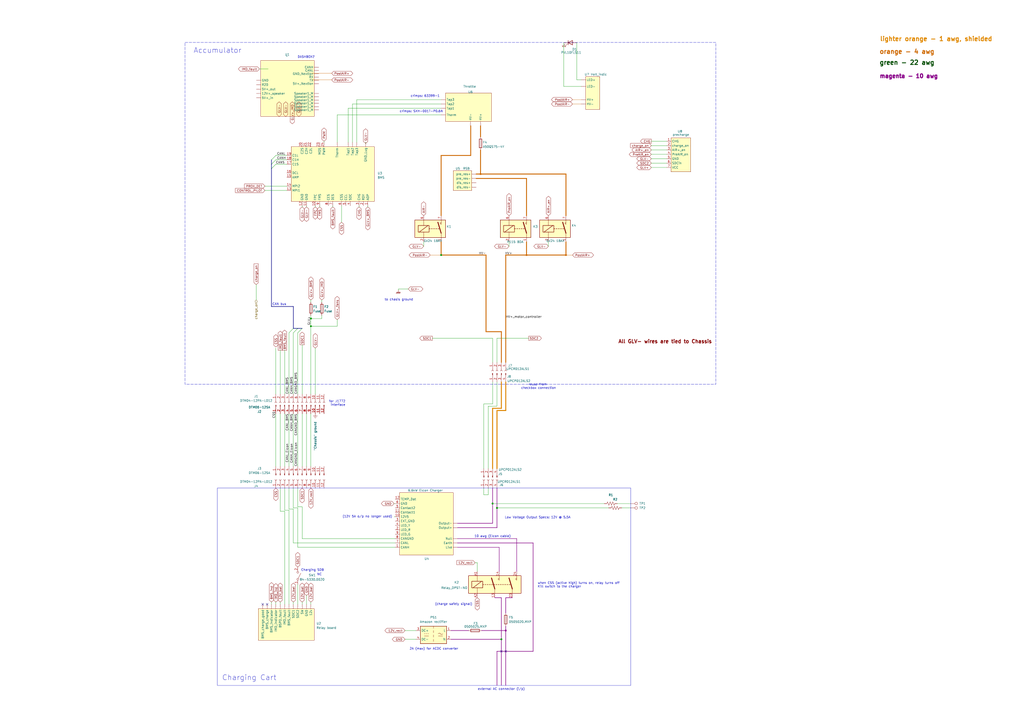
<source format=kicad_sch>
(kicad_sch (version 20231120) (generator "eeschema") (generator_version "8.0")
  (paper "A2")
  (lib_symbols
    (symbol "Connector:Conn_01x04_Pin" (pin_names (offset 1.016) hide)
      (property "Reference" "J" (at 0 5.08 0))
      (property "Value" "Conn_01x04_Pin" (at 0 -7.62 0))
      (symbol "Conn_01x04_Pin_1_1"
        (pin passive line (at 5.08 2.54 180) (length 3.81) (name "Pin_1") (number "1"))
        (pin passive line (at 5.08 0 180) (length 3.81) (name "Pin_2") (number "2"))
        (pin passive line (at 5.08 -2.54 180) (length 3.81) (name "Pin_3") (number "3"))
        (pin passive line (at 5.08 -5.08 180) (length 3.81) (name "Pin_4") (number "4"))
      )
    )
    (symbol "Connector:Conn_01x04_Socket" (pin_names (offset 1.016) hide)
      (property "Reference" "J" (at 0 5.08 0))
      (property "Value" "Conn_01x04_Socket" (at 0 -7.62 0))
      (symbol "Conn_01x04_Socket_1_1"
        (pin passive line (at -5.08 2.54 0) (length 3.81) (name "Pin_1") (number "1"))
        (pin passive line (at -5.08 0 0) (length 3.81) (name "Pin_2") (number "2"))
        (pin passive line (at -5.08 -2.54 0) (length 3.81) (name "Pin_3") (number "3"))
        (pin passive line (at -5.08 -5.08 0) (length 3.81) (name "Pin_4") (number "4"))
      )
    )
    (symbol "Connector:Conn_01x12_Pin" (pin_names (offset 1.016) hide)
      (property "Reference" "J" (at 0 15.24 0))
      (property "Value" "Conn_01x12_Pin" (at 0 -17.78 0))
      (symbol "Conn_01x12_Pin_1_1"
        (pin passive line (at 5.08 12.7 180) (length 3.81) (name "Pin_1") (number "1"))
        (pin passive line (at 5.08 -10.16 180) (length 3.81) (name "Pin_10") (number "10"))
        (pin passive line (at 5.08 -12.7 180) (length 3.81) (name "Pin_11") (number "11"))
        (pin passive line (at 5.08 -15.24 180) (length 3.81) (name "Pin_12") (number "12"))
        (pin passive line (at 5.08 10.16 180) (length 3.81) (name "Pin_2") (number "2"))
        (pin passive line (at 5.08 7.62 180) (length 3.81) (name "Pin_3") (number "3"))
        (pin passive line (at 5.08 5.08 180) (length 3.81) (name "Pin_4") (number "4"))
        (pin passive line (at 5.08 2.54 180) (length 3.81) (name "Pin_5") (number "5"))
        (pin passive line (at 5.08 0 180) (length 3.81) (name "Pin_6") (number "6"))
        (pin passive line (at 5.08 -2.54 180) (length 3.81) (name "Pin_7") (number "7"))
        (pin passive line (at 5.08 -5.08 180) (length 3.81) (name "Pin_8") (number "8"))
        (pin passive line (at 5.08 -7.62 180) (length 3.81) (name "Pin_9") (number "9"))
      )
    )
    (symbol "Connector:Conn_01x12_Socket" (pin_names (offset 1.016) hide)
      (property "Reference" "J" (at 0 15.24 0))
      (property "Value" "Conn_01x12_Socket" (at 0 -17.78 0))
      (symbol "Conn_01x12_Socket_1_1"
        (pin passive line (at -5.08 12.7 0) (length 3.81) (name "Pin_1") (number "1"))
        (pin passive line (at -5.08 -10.16 0) (length 3.81) (name "Pin_10") (number "10"))
        (pin passive line (at -5.08 -12.7 0) (length 3.81) (name "Pin_11") (number "11"))
        (pin passive line (at -5.08 -15.24 0) (length 3.81) (name "Pin_12") (number "12"))
        (pin passive line (at -5.08 10.16 0) (length 3.81) (name "Pin_2") (number "2"))
        (pin passive line (at -5.08 7.62 0) (length 3.81) (name "Pin_3") (number "3"))
        (pin passive line (at -5.08 5.08 0) (length 3.81) (name "Pin_4") (number "4"))
        (pin passive line (at -5.08 2.54 0) (length 3.81) (name "Pin_5") (number "5"))
        (pin passive line (at -5.08 0 0) (length 3.81) (name "Pin_6") (number "6"))
        (pin passive line (at -5.08 -2.54 0) (length 3.81) (name "Pin_7") (number "7"))
        (pin passive line (at -5.08 -5.08 0) (length 3.81) (name "Pin_8") (number "8"))
        (pin passive line (at -5.08 -7.62 0) (length 3.81) (name "Pin_9") (number "9"))
      )
    )
    (symbol "Connector:TestPoint" (pin_numbers hide) (pin_names (offset 0.762) hide)
      (property "Reference" "TP" (at 0 6.858 0))
      (property "Value" "TestPoint" (at 0 5.08 0))
      (symbol "TestPoint_1_1"
        (pin passive line (at 0 0 90) (length 2.54) (name "1") (number "1"))
      )
    )
    (symbol "Converter_ACDC:VTX-214-010-112"
      (property "Reference" "PS" (at 0 8.89 0))
      (property "Value" "VTX-214-010-112" (at 0 6.35 0))
      (symbol "VTX-214-010-112_1_1"
        (pin power_in line (at -10.16 2.54 0) (length 2.54) (name "L") (number "1"))
        (pin power_in line (at -10.16 -2.54 0) (length 2.54) (name "N") (number "2"))
        (pin power_out line (at 10.16 2.54 180) (length 2.54) (name "DC+") (number "3"))
        (pin power_out line (at 10.16 -2.54 180) (length 2.54) (name "DC-") (number "4"))
      )
    )
    (symbol "Device:Fuse" (pin_numbers hide) (pin_names (offset 0))
      (property "Reference" "F" (at 2.032 0 90))
      (property "Value" "Fuse" (at -1.905 0 90))
      (symbol "Fuse_1_1"
        (pin passive line (at 0 3.81 270) (length 1.27) (name "~") (number "1"))
        (pin passive line (at 0 -3.81 90) (length 1.27) (name "~") (number "2"))
      )
    )
    (symbol "Device:LED" (pin_numbers hide) (pin_names (offset 1.016) hide)
      (property "Reference" "D" (at 0 2.54 0))
      (property "Value" "LED" (at 0 -2.54 0))
      (symbol "LED_1_1"
        (pin passive line (at -3.81 0 0) (length 2.54) (name "K") (number "1"))
        (pin passive line (at 3.81 0 180) (length 2.54) (name "A") (number "2"))
      )
    )
    (symbol "Device:R_US" (pin_numbers hide) (pin_names (offset 0))
      (property "Reference" "R" (at 2.54 0 90))
      (property "Value" "R_US" (at -2.54 0 90))
      (symbol "R_US_1_1"
        (pin passive line (at 0 3.81 270) (length 1.27) (name "~") (number "1"))
        (pin passive line (at 0 -3.81 90) (length 1.27) (name "~") (number "2"))
      )
    )
    (symbol "FSAE:BMS"
      (property "Reference" "U" (at 0 0 0))
      (property "Value" "BMS" (at 0 -3.81 0))
      (symbol "BMS_1_1"
        (pin bidirectional line (at 17.907 6.858 180) (length 2.54) (name "GND_Lug") (number ""))
        (pin bidirectional line (at 17.907 17.018 180) (length 2.54) (name "Tap1") (number ""))
        (pin bidirectional line (at 17.907 14.478 180) (length 2.54) (name "Tap2") (number ""))
        (pin bidirectional line (at 17.907 11.938 180) (length 2.54) (name "Tap3") (number ""))
        (pin bidirectional line (at 17.907 23.368 180) (length 2.54) (name "Therm") (number ""))
        (pin power_in line (at -18.923 5.588 0) (length 2.54) (name "AOP") (number "1"))
        (pin input line (at -18.923 36.068 0) (length 2.54) (name "FPC") (number "10"))
        (pin bidirectional line (at -18.923 41.148 0) (length 2.54) (name "GND") (number "11"))
        (pin bidirectional line (at -18.923 43.688 0) (length 2.54) (name "GND") (number "12"))
        (pin input line (at -10.033 52.578 270) (length 2.54) (name "MPI1") (number "13"))
        (pin input line (at -7.493 52.578 270) (length 2.54) (name "MPI2") (number "14"))
        (pin output line (at -2.413 52.578 270) (length 2.54) (name "AMP") (number "15"))
        (pin output line (at 0.127 52.578 270) (length 2.54) (name "DCL") (number "16"))
        (pin bidirectional line (at 5.207 52.578 270) (length 2.54) (name "C1S") (number "17"))
        (pin bidirectional line (at 7.747 52.578 270) (length 2.54) (name "C1H") (number "18"))
        (pin bidirectional line (at 10.287 52.578 270) (length 2.54) (name "C1L") (number "19"))
        (pin power_in line (at -18.923 8.128 0) (length 2.54) (name "RDY") (number "2"))
        (pin bidirectional line (at 17.907 43.688 180) (length 2.54) (name "C2S") (number "20"))
        (pin bidirectional line (at 17.907 41.148 180) (length 2.54) (name "C2H") (number "21"))
        (pin bidirectional line (at 17.907 38.608 180) (length 2.54) (name "C2L") (number "22"))
        (pin output line (at 17.907 33.528 180) (length 2.54) (name "MOS") (number "23"))
        (pin output line (at 17.907 30.988 180) (length 2.54) (name "PWM") (number "24"))
        (pin power_in line (at -18.923 10.668 0) (length 2.54) (name "CHG") (number "3"))
        (pin output line (at -18.923 15.748 0) (length 2.54) (name "SOC") (number "4"))
        (pin output line (at -18.923 18.288 0) (length 2.54) (name "CCL") (number "5"))
        (pin output line (at -18.923 20.828 0) (length 2.54) (name "CSS") (number "6"))
        (pin output line (at -18.923 25.908 0) (length 2.54) (name "DES") (number "7"))
        (pin output line (at -18.923 28.448 0) (length 2.54) (name "CES") (number "8"))
        (pin input line (at -18.923 33.528 0) (length 2.54) (name "FMS") (number "9"))
      )
    )
    (symbol "FSAE:Battery"
      (property "Reference" "U4" (at -13.97 12.7 0))
      (property "Value" "Battery" (at -16.51 15.24 0))
      (symbol "Battery_1_1"
        (pin bidirectional line (at -6.35 22.86 270) (length 2.54) (name "HV+") (number ""))
        (pin bidirectional line (at -0.508 22.86 270) (length 2.54) (name "HV-") (number ""))
        (pin bidirectional line (at 16.51 12.7 180) (length 2.54) (name "Tap1") (number ""))
        (pin bidirectional line (at 16.51 10.16 180) (length 2.54) (name "Tap2") (number ""))
        (pin bidirectional line (at 16.51 7.62 180) (length 2.54) (name "Tap3") (number ""))
        (pin bidirectional line (at 16.51 16.51 180) (length 2.54) (name "Therm") (number ""))
      )
    )
    (symbol "FSAE:Elcon"
      (property "Reference" "U8" (at 0.3175 21.082 0))
      (property "Value" "~" (at 0 0 0))
      (symbol "Elcon_1_1"
        (pin input line (at -17.78 52.07 0) (length 2.54) (name "Earth") (number ""))
        (pin input line (at -17.78 54.61 0) (length 2.54) (name "Live") (number ""))
        (pin input line (at -17.78 49.53 0) (length 2.54) (name "Null") (number ""))
        (pin input line (at -17.78 43.18 0) (length 2.54) (name "Output+") (number ""))
        (pin input line (at -17.78 40.64 0) (length 2.54) (name "Output-") (number ""))
        (pin input line (at 18.415 54.61 180) (length 2.54) (name "CANH") (number "1"))
        (pin input line (at 18.415 36.83 180) (length 2.54) (name "12V5") (number "10"))
        (pin input line (at 18.415 34.29 180) (length 2.54) (name "Contact1") (number "11"))
        (pin input line (at 18.415 26.67 180) (length 2.54) (name "TEMP_Dat") (number "12"))
        (pin input line (at 18.415 44.45 180) (length 2.54) (name "LED_R") (number "2"))
        (pin input line (at 18.415 39.37 180) (length 2.54) (name "EXT_GND") (number "3"))
        (pin input line (at 18.415 41.91 180) (length 2.54) (name "LED_Y") (number "4"))
        (pin input line (at 18.415 31.75 180) (length 2.54) (name "Contact2") (number "5"))
        (pin input line (at 18.415 29.21 180) (length 2.54) (name "GND") (number "6"))
        (pin input line (at 18.415 52.07 180) (length 2.54) (name "CANL") (number "7"))
        (pin input line (at 18.415 49.53 180) (length 2.54) (name "CANGND") (number "8"))
        (pin input line (at 18.415 46.99 180) (length 2.54) (name "LED_G") (number "9"))
      )
    )
    (symbol "FSAE:IMD"
      (property "Reference" "U1" (at -1.016 0.508 0))
      (property "Value" "~" (at 0 1.524 0))
      (symbol "IMD_1_1"
        (pin power_in line (at 18.288 23.114 180) (length 2.54) (name "12V+_speaker") (number ""))
        (pin power_out line (at -17.907 17.399 0) (length 2.54) (name "5V+_Nextion") (number ""))
        (pin power_in line (at 18.288 25.654 180) (length 2.54) (name "5V+_in") (number ""))
        (pin power_out line (at 18.288 20.574 180) (length 2.54) (name "5V+_out") (number ""))
        (pin bidirectional line (at -17.907 7.874 0) (length 2.54) (name "CANH") (number ""))
        (pin bidirectional line (at -17.907 9.779 0) (length 2.54) (name "CANL") (number ""))
        (pin power_in line (at 18.288 15.494 180) (length 2.54) (name "GND") (number ""))
        (pin power_out line (at -17.907 11.684 0) (length 2.54) (name "GND_Nextion") (number ""))
        (pin input line (at 18.288 18.034 180) (length 2.54) (name "R2D") (number ""))
        (pin input line (at -17.907 13.589 0) (length 2.54) (name "RX") (number ""))
        (pin output line (at -17.907 23.114 0) (length 2.54) (name "Speaker1_M") (number ""))
        (pin output line (at -17.907 25.019 0) (length 2.54) (name "Speaker1_M") (number ""))
        (pin output line (at -17.907 26.924 0) (length 2.54) (name "Speaker1_M") (number ""))
        (pin output line (at -17.907 28.829 0) (length 2.54) (name "Speaker1_M") (number ""))
        (pin output line (at -17.907 30.734 0) (length 2.54) (name "Speaker1_M") (number ""))
        (pin output line (at -17.907 32.639 0) (length 2.54) (name "Speaker1_M") (number ""))
        (pin output line (at -17.907 15.494 0) (length 2.54) (name "TX") (number ""))
      )
    )
    (symbol "Random:Precharge"
      (property "Reference" "U6" (at -12.065 -0.635 90))
      (property "Value" "precharge" (at -10.16 1.27 90))
      (symbol "Precharge_1_1"
        (pin output line (at -6.35 -6.985 90) (length 2.54) (name "CHG") (number "1"))
        (pin input line (at -3.81 -6.985 90) (length 2.54) (name "charge_on") (number "2"))
        (pin output line (at -1.27 -6.985 90) (length 2.54) (name "AIR+_en") (number "3"))
        (pin output line (at 1.27 -6.985 90) (length 2.54) (name "PreAIR_en") (number "4"))
        (pin power_out line (at 3.81 -6.985 90) (length 2.54) (name "GND") (number "5"))
        (pin input line (at 6.35 -6.985 90) (length 2.54) (name "SDCin") (number "6"))
        (pin power_in line (at 8.89 -6.985 90) (length 2.54) (name "VCC") (number "7"))
      )
    )
    (symbol "Random:RSB"
      (property "Reference" "U5" (at -5.715 6.985 0))
      (property "Value" "RSB" (at 0.635 6.985 0))
      (symbol "RSB_1_1"
        (pin input line (at 6.35 -1.27 180) (length 2.54) (name "dis_res+") (number ""))
        (pin input line (at 6.35 -3.81 180) (length 2.54) (name "dis_res-") (number ""))
        (pin input line (at 6.35 3.81 180) (length 2.54) (name "pre_res+") (number ""))
        (pin input line (at 6.35 1.27 180) (length 2.54) (name "pre_res-") (number ""))
      )
    )
    (symbol "Random:Volt_indic"
      (property "Reference" "U5" (at -11.43 -4.445 90))
      (property "Value" "Volt_indic" (at -11.43 3.81 90))
      (symbol "Volt_indic_1_1"
        (pin power_in line (at 3.175 -6.35 90) (length 2.54) (name "HV+") (number ""))
        (pin power_in line (at 5.715 -6.35 90) (length 2.54) (name "HV-") (number ""))
        (pin output line (at -8.255 -6.35 90) (length 2.54) (name "LED+") (number ""))
        (pin output line (at -4.445 -6.35 90) (length 2.54) (name "LED-") (number ""))
      )
    )
    (symbol "Relay:DIPxx-1Axx-11x"
      (property "Reference" "K" (at 8.89 3.81 0))
      (property "Value" "DIPxx-1Axx-11x" (at 8.89 1.27 0))
      (symbol "DIPxx-1Axx-11x_1_1"
        (pin passive line (at 5.08 -7.62 90) (length 2.54) (name "~") (number "1"))
        (pin passive line (at 5.08 -7.62 90) (length 2.54) hide (name "~") (number "14"))
        (pin passive line (at -5.08 -7.62 90) (length 2.54) (name "~") (number "2"))
        (pin passive line (at -5.08 7.62 270) (length 2.54) (name "~") (number "6"))
        (pin passive line (at 5.08 7.62 270) (length 2.54) (name "~") (number "7"))
        (pin passive line (at 5.08 7.62 270) (length 2.54) hide (name "~") (number "8"))
      )
    )
    (symbol "Relay:Relay_DPST-NO"
      (property "Reference" "K" (at 16.51 3.81 0))
      (property "Value" "Relay_DPST-NO" (at 16.51 1.27 0))
      (symbol "Relay_DPST-NO_1_1"
        (pin passive line (at 0 -7.62 90) (length 2.54) (name "~") (number "13"))
        (pin passive line (at 2.54 7.62 270) (length 2.54) (name "~") (number "14"))
        (pin passive line (at 10.16 -7.62 90) (length 2.54) (name "~") (number "23"))
        (pin passive line (at 12.7 7.62 270) (length 2.54) (name "~") (number "24"))
        (pin passive line (at -10.16 7.62 270) (length 2.54) (name "~") (number "A1"))
        (pin passive line (at -10.16 -7.62 90) (length 2.54) (name "~") (number "A2"))
      )
    )
    (symbol "Relay_board_1"
      (property "Reference" "U8" (at 8.255 -0.9525 0))
      (property "Value" "Relay board" (at 8.255 -3.4925 0))
      (symbol "Relay_board_1_1_1"
        (pin power_in line (at -5.08 -8.255 90) (length 2.54) (name "12v") (number ""))
        (pin input line (at 20.32 -8.255 90) (length 2.54) (name "BMS_charge") (number ""))
        (pin output line (at 22.86 -8.255 90) (length 2.54) (name "BMS_charge_good") (number ""))
        (pin input line (at 7.62 -8.255 90) (length 2.54) (name "BMS_fault") (number ""))
        (pin output line (at 17.78 -8.255 90) (length 2.54) (name "BMS_indicator") (number ""))
        (pin input line (at 12.7 -8.255 90) (length 2.54) (name "BSPD_fault") (number ""))
        (pin power_in line (at -2.54 -8.255 90) (length 2.54) (name "GND") (number ""))
        (pin input line (at 10.16 -8.255 90) (length 2.54) (name "IMD_fault") (number ""))
        (pin output line (at 15.24 -8.255 90) (length 2.54) (name "IMD_indicator") (number ""))
        (pin input line (at 5.08 -8.255 90) (length 2.54) (name "SDC1") (number ""))
        (pin output line (at 2.54 -8.255 90) (length 2.54) (name "SDC2") (number ""))
        (pin input line (at 0 -8.255 90) (length 2.54) (name "SW") (number ""))
      )
    )
    (symbol "Switch:SW_SPST" (pin_names (offset 0) hide)
      (property "Reference" "SW" (at 0 3.175 0))
      (property "Value" "SW_SPST" (at 0 -2.54 0))
      (symbol "SW_SPST_1_1"
        (pin passive line (at -5.08 0 0) (length 2.54) (name "A") (number "1"))
        (pin passive line (at 5.08 0 180) (length 2.54) (name "B") (number "2"))
      )
    )
    (symbol "power:Earth" (power) (pin_numbers hide) (pin_names (offset 0) hide)
      (property "Value" "Earth" (at 0 -3.81 0))
      (symbol "Earth_1_1"
        (pin power_in line (at 0 0 270) (length 0) (name "~") (number "1"))
      )
    )
    (symbol "power:GNDPWR" (power) (pin_numbers hide) (pin_names (offset 0) hide)
      (property "Value" "GNDPWR" (at 0 -3.302 0))
      (symbol "GNDPWR_1_1"
        (pin power_in line (at 0 0 270) (length 0) (name "~") (number "1"))
      )
    )
  )
  (junction (at 180.34 184.785))
  (junction (at 288.29 294.64))
  (junction (at 180.34 189.23))
  (junction (at 293.37 365.76) (color 132 0 132 1))
  (junction (at 305.435 147.955) (color 204 102 0 1))
  (junction (at 290.83 370.84))
  (junction (at 285.75 292.1))
  (junction (at 255.905 147.955))
  (junction (at 328.295 147.955) (color 204 102 0 1))
  (junction (at 278.765 100.965) (color 204 102 0 1))
  (no_connect (at 293.37 377.825))
  (no_connect (at 152.4 350.52))
  (no_connect (at 154.94 350.52))
  (no_connect (at 290.83 377.825))
  (bus_entry (at 160.02 90.17) (size -2.54 2.54))
  (bus_entry (at 160.02 95.25) (size -2.54 2.54))
  (bus_entry (at 172.72 193.04) (size 2.54 -2.54))
  (bus_entry (at 170.18 190.5) (size -2.54 2.54))
  (bus_entry (at 160.02 92.71) (size -2.54 2.54))
  (bus_entry (at 172.72 190.5) (size -2.54 2.54))
  (wire (pts (xy 299.72 312.42) (xy 299.72 331.47)) (stroke (width 0.254) (color 132 0 132 1)))
  (wire (pts (xy 288.29 306.07) (xy 288.29 294.64)) (stroke (width 0.3048) (color 132 0 132 1)))
  (wire (pts (xy 162.56 349.25) (xy 162.56 350.52)))
  (wire (pts (xy 285.75 196.215) (xy 250.825 196.215)))
  (wire (pts (xy 293.37 147.955) (xy 293.37 210.185)) (stroke (width 0.508) (color 204 102 0 1)))
  (bus (pts (xy 170.18 190.5) (xy 172.72 190.5)))
  (wire (pts (xy 165.1 240.03) (xy 165.1 270.51)))
  (wire (pts (xy 180.34 173.99) (xy 180.34 175.26)))
  (wire (pts (xy 285.75 196.215) (xy 285.75 210.185)))
  (wire (pts (xy 327.025 50.165) (xy 327.025 24.765)))
  (wire (pts (xy 288.29 235.585) (xy 283.21 235.585)))
  (wire (pts (xy 201.93 82.55) (xy 201.93 62.865)))
  (wire (pts (xy 288.29 196.215) (xy 306.705 196.215)))
  (wire (pts (xy 170.18 193.04) (xy 170.18 228.6)))
  (bus (pts (xy 172.72 190.5) (xy 175.26 190.5)))
  (wire (pts (xy 276.225 103.505) (xy 305.435 103.505)) (stroke (width 0.508) (color 204 102 0 1)))
  (wire (pts (xy 281.94 192.405) (xy 281.94 147.955)) (stroke (width 0.508) (color 204 102 0 1)))
  (wire (pts (xy 249.555 147.955) (xy 255.905 147.955)) (stroke (width 0) (color 204 102 0 1)))
  (wire (pts (xy 285.75 303.53) (xy 285.75 292.1)) (stroke (width 0.3048) (color 132 0 132 1)))
  (wire (pts (xy 182.88 201.93) (xy 182.88 228.6)))
  (wire (pts (xy 212.09 82.55) (xy 212.09 83.185)))
  (wire (pts (xy 280.67 234.315) (xy 280.67 271.78)))
  (wire (pts (xy 278.765 86.995) (xy 278.765 100.965)) (stroke (width 0.508) (color 204 102 0 1)))
  (wire (pts (xy 261.62 370.84) (xy 290.83 370.84)) (stroke (width 0.3048) (color 132 0 132 1)))
  (wire (pts (xy 358.14 292.1) (xy 365.76 292.1)))
  (wire (pts (xy 201.93 62.865) (xy 255.905 62.865)))
  (bus (pts (xy 157.48 97.79) (xy 157.48 177.8)))
  (wire (pts (xy 170.18 314.96) (xy 170.18 295.275)))
  (wire (pts (xy 328.295 147.955) (xy 332.105 147.955)) (stroke (width 0) (color 204 102 0 1)))
  (wire (pts (xy 265.43 312.42) (xy 299.72 312.42)) (stroke (width 0.254) (color 132 0 132 1)))
  (wire (pts (xy 287.02 346.71) (xy 290.83 346.71)) (stroke (width 0.3048) (color 132 0 132 1)))
  (wire (pts (xy 213.36 119.38) (xy 213.36 120.015)))
  (wire (pts (xy 285.75 234.315) (xy 280.67 234.315)))
  (wire (pts (xy 288.29 294.64) (xy 353.06 294.64)))
  (wire (pts (xy 280.67 283.21) (xy 280.67 287.02)))
  (wire (pts (xy 175.26 350.52) (xy 175.26 349.25)))
  (wire (pts (xy 255.905 140.335) (xy 255.905 147.955)) (stroke (width 0.508) (color 204 102 0 1)))
  (wire (pts (xy 207.01 82.55) (xy 207.01 57.785)))
  (wire (pts (xy 175.26 312.42) (xy 229.235 312.42)))
  (wire (pts (xy 377.825 89.535) (xy 386.715 89.535)))
  (wire (pts (xy 231.14 168.275) (xy 231.14 167.64)))
  (wire (pts (xy 290.83 236.855) (xy 285.75 236.855)) (stroke (width 0.5588) (color 221 133 0 1)))
  (wire (pts (xy 180.34 350.52) (xy 180.34 349.25)))
  (wire (pts (xy 195.58 66.675) (xy 255.905 66.675)))
  (wire (pts (xy 162.56 283.21) (xy 162.56 296.545)))
  (wire (pts (xy 204.47 60.325) (xy 255.905 60.325)))
  (bus (pts (xy 157.48 95.25) (xy 157.48 92.71)))
  (wire (pts (xy 167.64 283.21) (xy 167.64 295.275)))
  (wire (pts (xy 162.56 203.2) (xy 162.56 228.6)))
  (wire (pts (xy 309.245 377.825) (xy 288.29 377.825)) (stroke (width 0.3048) (color 132 0 132 1)))
  (wire (pts (xy 276.225 100.965) (xy 278.765 100.965)) (stroke (width 0.508) (color 204 102 0 1)))
  (wire (pts (xy 165.1 283.21) (xy 165.1 295.91)))
  (wire (pts (xy 275.59 326.39) (xy 276.86 326.39)))
  (wire (pts (xy 170.18 240.03) (xy 170.18 270.51)))
  (wire (pts (xy 285.75 292.1) (xy 287.02 292.1)) (stroke (width 0) (color 132 0 132 1)))
  (wire (pts (xy 245.745 140.335) (xy 245.745 142.875)))
  (wire (pts (xy 172.72 294.64) (xy 172.72 317.5)))
  (wire (pts (xy 293.37 238.125) (xy 288.29 238.125)) (stroke (width 0.5588) (color 221 133 0 1)))
  (wire (pts (xy 278.765 73.025) (xy 278.765 79.375)) (stroke (width 0.508) (color 204 102 0 1)))
  (wire (pts (xy 162.56 240.03) (xy 162.56 270.51)))
  (wire (pts (xy 288.29 238.125) (xy 288.29 271.78)) (stroke (width 0.5588) (color 221 133 0 1)))
  (wire (pts (xy 283.21 287.02) (xy 283.21 283.21)))
  (wire (pts (xy 276.86 326.39) (xy 276.86 331.47)))
  (wire (pts (xy 153.67 110.49) (xy 166.37 110.49)))
  (wire (pts (xy 288.29 283.21) (xy 288.29 294.64)) (stroke (width 0.3048) (color 132 0 132 1)))
  (wire (pts (xy 287.02 292.1) (xy 350.52 292.1)))
  (wire (pts (xy 278.765 100.965) (xy 328.295 100.965)) (stroke (width 0.508) (color 204 102 0 1)))
  (wire (pts (xy 328.295 147.955) (xy 305.435 147.955)) (stroke (width 0.508) (color 204 102 0 1)))
  (wire (pts (xy 229.235 292.1) (xy 228.6 292.1)))
  (wire (pts (xy 288.29 377.825) (xy 288.29 397.51)) (stroke (width 0.3048) (color 132 0 132 1)))
  (wire (pts (xy 160.02 240.03) (xy 160.02 270.51)))
  (wire (pts (xy 204.47 60.325) (xy 204.47 82.55)))
  (wire (pts (xy 293.37 363.22) (xy 293.37 365.76)) (stroke (width 0.3048) (color 132 0 132 1)))
  (wire (pts (xy 285.75 283.21) (xy 285.75 292.1)) (stroke (width 0.3048) (color 132 0 132 1)))
  (wire (pts (xy 229.235 299.72) (xy 228.6 299.72)))
  (wire (pts (xy 160.02 349.25) (xy 160.02 350.52)))
  (wire (pts (xy 167.64 295.91) (xy 167.64 350.52)))
  (wire (pts (xy 309.245 314.96) (xy 309.245 377.825)) (stroke (width 0.3048) (color 132 0 132 1)))
  (wire (pts (xy 285.75 236.855) (xy 285.75 271.78)) (stroke (width 0.5588) (color 221 133 0 1)))
  (wire (pts (xy 195.58 189.23) (xy 180.34 189.23)))
  (wire (pts (xy 360.68 294.64) (xy 365.76 294.64)))
  (wire (pts (xy 309.245 314.96) (xy 265.43 314.96)) (stroke (width 0.3048) (color 132 0 132 1)))
  (wire (pts (xy 377.825 81.915) (xy 386.715 81.915)))
  (wire (pts (xy 279.4 365.76) (xy 293.37 365.76)) (stroke (width 0.3048) (color 132 0 132 1)))
  (wire (pts (xy 318.135 140.335) (xy 318.135 142.875)))
  (wire (pts (xy 207.01 57.785) (xy 255.905 57.785)))
  (wire (pts (xy 290.83 192.405) (xy 290.83 210.185)) (stroke (width 0.508) (color 204 102 0 1)))
  (wire (pts (xy 160.02 90.17) (xy 166.37 90.17)))
  (wire (pts (xy 186.69 184.785) (xy 180.34 184.785)))
  (wire (pts (xy 150.495 40.005) (xy 155.575 40.005)))
  (wire (pts (xy 377.825 84.455) (xy 386.715 84.455)))
  (wire (pts (xy 198.12 119.38) (xy 198.12 128.905)))
  (wire (pts (xy 377.825 97.155) (xy 386.715 97.155)))
  (wire (pts (xy 289.56 317.5) (xy 289.56 331.47)) (stroke (width 0.254) (color 132 0 132 1)))
  (wire (pts (xy 165.1 203.2) (xy 165.1 228.6)))
  (wire (pts (xy 234.95 365.76) (xy 241.3 365.76)))
  (wire (pts (xy 185.42 119.38) (xy 185.42 120.015)))
  (wire (pts (xy 175.26 200.025) (xy 175.26 228.6)))
  (wire (pts (xy 165.1 295.91) (xy 167.64 295.91)))
  (wire (pts (xy 328.295 140.335) (xy 328.295 147.955)) (stroke (width 0.508) (color 204 102 0 1)))
  (wire (pts (xy 265.43 317.5) (xy 289.56 317.5)) (stroke (width 0.254) (color 132 0 132 1)))
  (wire (pts (xy 290.83 221.615) (xy 290.83 236.855)) (stroke (width 0.5588) (color 221 133 0 1)))
  (wire (pts (xy 192.405 46.355) (xy 180.975 46.355)) (stroke (width 0) (color 204 102 0 1)))
  (wire (pts (xy 175.26 119.38) (xy 175.26 120.015)))
  (wire (pts (xy 334.645 46.355) (xy 337.185 46.355)))
  (wire (pts (xy 172.72 193.04) (xy 172.72 228.6)))
  (wire (pts (xy 177.8 119.38) (xy 177.8 120.015)))
  (wire (pts (xy 172.72 283.21) (xy 172.72 294.005)))
  (wire (pts (xy 265.43 306.07) (xy 288.29 306.07)) (stroke (width 0.3048) (color 132 0 132 1)))
  (wire (pts (xy 160.02 95.25) (xy 166.37 95.25)))
  (wire (pts (xy 293.37 346.71) (xy 297.18 346.71)) (stroke (width 0.3048) (color 132 0 132 1)))
  (wire (pts (xy 334.645 24.765) (xy 334.645 46.355)))
  (wire (pts (xy 177.8 345.44) (xy 177.8 350.52)))
  (wire (pts (xy 377.825 86.995) (xy 386.715 86.995)))
  (wire (pts (xy 377.825 94.615) (xy 386.715 94.615)))
  (wire (pts (xy 208.28 119.38) (xy 208.28 120.015)))
  (wire (pts (xy 288.29 196.215) (xy 288.29 210.185)))
  (wire (pts (xy 290.83 370.84) (xy 290.83 397.51)) (stroke (width 0.3048) (color 132 0 132 1)))
  (wire (pts (xy 290.83 346.71) (xy 290.83 370.84)) (stroke (width 0.3048) (color 132 0 132 1)))
  (wire (pts (xy 293.37 147.955) (xy 305.435 147.955)) (stroke (width 0.508) (color 204 102 0 1)))
  (wire (pts (xy 172.72 350.52) (xy 172.72 339.09)))
  (wire (pts (xy 172.72 294.005) (xy 175.26 294.005)))
  (wire (pts (xy 180.34 240.03) (xy 180.34 270.51)))
  (wire (pts (xy 180.34 184.785) (xy 180.34 189.23)))
  (wire (pts (xy 293.37 346.71) (xy 293.37 355.6)) (stroke (width 0.3048) (color 132 0 132 1)))
  (wire (pts (xy 148.59 165.1) (xy 148.59 173.99)))
  (wire (pts (xy 193.04 119.38) (xy 193.04 120.015)))
  (wire (pts (xy 167.64 295.275) (xy 170.18 295.275)))
  (wire (pts (xy 255.905 90.17) (xy 255.905 125.095)) (stroke (width 0.508) (color 204 102 0 1)))
  (wire (pts (xy 187.96 81.915) (xy 187.96 82.55)))
  (wire (pts (xy 170.18 294.64) (xy 172.72 294.64)))
  (wire (pts (xy 328.295 125.095) (xy 328.295 100.965)) (stroke (width 0.508) (color 204 102 0 1)))
  (wire (pts (xy 157.48 349.25) (xy 157.48 350.52)))
  (wire (pts (xy 255.905 147.955) (xy 281.94 147.955)) (stroke (width 0.508) (color 204 102 0 1)))
  (wire (pts (xy 170.18 314.96) (xy 229.235 314.96)))
  (wire (pts (xy 172.72 317.5) (xy 229.235 317.5)))
  (wire (pts (xy 332.105 60.325) (xy 337.185 60.325)) (stroke (width 0) (color 204 102 0 1)))
  (wire (pts (xy 305.435 147.955) (xy 305.435 140.335)) (stroke (width 0.508) (color 204 102 0 1)))
  (wire (pts (xy 293.37 365.76) (xy 293.37 397.51)) (stroke (width 0.3048) (color 132 0 132 1)))
  (wire (pts (xy 280.67 287.02) (xy 283.21 287.02)))
  (wire (pts (xy 293.37 221.615) (xy 293.37 238.125)) (stroke (width 0.5588) (color 221 133 0 1)))
  (bus (pts (xy 170.18 190.5) (xy 170.18 177.8)))
  (wire (pts (xy 186.69 173.99) (xy 186.69 175.26)))
  (wire (pts (xy 288.29 221.615) (xy 288.29 235.585)))
  (wire (pts (xy 177.8 240.03) (xy 177.8 270.51)))
  (wire (pts (xy 160.02 201.93) (xy 160.02 228.6)))
  (wire (pts (xy 327.025 50.165) (xy 337.185 50.165)))
  (wire (pts (xy 231.14 167.64) (xy 236.855 167.64)))
  (wire (pts (xy 255.905 90.17) (xy 273.05 90.17)) (stroke (width 0.508) (color 204 102 0 1)))
  (wire (pts (xy 167.64 240.03) (xy 167.64 270.51)))
  (wire (pts (xy 182.88 119.38) (xy 182.88 120.015)))
  (wire (pts (xy 234.95 370.84) (xy 241.3 370.84)))
  (wire (pts (xy 160.02 92.71) (xy 166.37 92.71)))
  (wire (pts (xy 305.435 103.505) (xy 305.435 125.095)) (stroke (width 0.508) (color 204 102 0 1)))
  (wire (pts (xy 290.83 192.405) (xy 281.94 192.405)) (stroke (width 0.508) (color 204 102 0 1)))
  (wire (pts (xy 153.67 107.95) (xy 166.37 107.95)))
  (bus (pts (xy 157.48 95.25) (xy 157.48 97.79)))
  (wire (pts (xy 170.18 283.21) (xy 170.18 294.64)))
  (wire (pts (xy 175.26 240.03) (xy 175.26 270.51)))
  (wire (pts (xy 332.105 57.785) (xy 337.185 57.785)) (stroke (width 0) (color 204 102 0 1)))
  (bus (pts (xy 157.48 177.8) (xy 170.18 177.8)))
  (wire (pts (xy 180.34 189.23) (xy 180.34 228.6)))
  (wire (pts (xy 285.75 221.615) (xy 285.75 234.315)))
  (wire (pts (xy 180.34 182.88) (xy 180.34 184.785)))
  (wire (pts (xy 265.43 303.53) (xy 285.75 303.53)) (stroke (width 0.3048) (color 132 0 132 1)))
  (wire (pts (xy 273.05 73.025) (xy 273.05 90.17)) (stroke (width 0.508) (color 204 102 0 1)))
  (wire (pts (xy 172.72 240.03) (xy 172.72 270.51)))
  (wire (pts (xy 180.975 42.545) (xy 192.405 42.545)) (stroke (width 0) (color 204 102 0 1)))
  (wire (pts (xy 162.56 296.545) (xy 165.1 296.545)))
  (wire (pts (xy 165.1 296.545) (xy 165.1 350.52)))
  (wire (pts (xy 283.21 235.585) (xy 283.21 271.78)))
  (wire (pts (xy 175.26 294.005) (xy 175.26 312.42)))
  (wire (pts (xy 195.58 185.42) (xy 195.58 189.23)))
  (wire (pts (xy 167.64 193.04) (xy 167.64 228.6)))
  (wire (pts (xy 295.275 142.875) (xy 295.275 140.335)))
  (wire (pts (xy 261.62 365.76) (xy 271.78 365.76)) (stroke (width 0.3048) (color 132 0 132 1)))
  (wire (pts (xy 186.69 182.88) (xy 186.69 184.785)))
  (wire (pts (xy 195.58 66.675) (xy 195.58 82.55)))
  (wire (pts (xy 377.825 92.075) (xy 386.715 92.075)))
  (wire (pts (xy 170.18 349.25) (xy 170.18 350.52)))
  (rectangle (start 107.315 24.638) (end 415.29 222.885) (stroke (width 0) (type dash)))
  (rectangle (start 126.111 283.083) (end 365.887 397.637))
  (text "Charging Cart" (at 128.778 394.97 0) (effects (font (size 3 3)) (justify left bottom)))
  (text "crimps: SXH-001T-P0.6N\n" (at 231.775 65.405 0) (effects (font (size 1.27 1.27)) (justify left bottom)))
  (text "when CSS (active high) turns on, relay turns off\nKill switch to the charger" (at 311.912 339.344 0) (effects (font (size 1.27 1.27)) (justify left)))
  (text "green - 22 awg" (at 510.032 37.973 0) (effects (font (size 2.54 2.54) (thickness 0.508) (bold yes)) (justify left bottom)))
  (text "reuse from \ncheckbox connection" (at 312.42 224.155 0) (effects (font (size 1.27 1.27))))
  (text "magenta - 10 awg\n" (at 510.032 44.323 0) (effects (font (size 2.286 2.286) (thickness 1.016) (bold yes)) (justify left)))
  (text "lighter orange - 1 awg, shielded" (at 543.052 22.733 0) (effects (font (size 2.54 2.54) (thickness 0.508) (bold yes))))
  (text "Charging SDB" (at 187.96 331.47 0) (effects (font (size 1.27 1.27)) (justify right bottom)))
  (text "crimps: 63399-1" (at 238.125 56.515 0) (effects (font (size 1.27 1.27)) (justify left bottom)))
  (text "Accumulator\n" (at 112.268 31.115 0) (effects (font (size 3 3)) (justify left bottom)))
  (text "(charge safety signal)" (at 263.144 350.52 0) (effects (font (size 1.27 1.27))))
  (text "orange - 4 awg\n" (at 510.032 31.623 0) (effects (font (size 2.54 2.54) (thickness 0.508) (bold yes)) (justify left bottom)))
  (text "NC" (at 186.69 334.01 0) (effects (font (size 1.27 1.27)) (justify right bottom)))
  (text "CAN bus" (at 162.052 176.53 0) (effects (font (size 1.27 1.27))))
  (text "10 awg (Elcon cable)" (at 285.75 311.15 0) (effects (font (size 1.27 1.27))))
  (text "2A (max) for ACDC converter" (at 251.714 376.428 0) (effects (font (size 1.27 1.27))))
  (text "to chasis ground" (at 231.394 173.863 0) (effects (font (size 1.27 1.27))))
  (text "external AC connector (i/p)" (at 290.83 399.796 0) (effects (font (size 1.27 1.27))))
  (text "DASHBOX?" (at 177.546 33.147 0) (effects (font (size 1.27 1.27))))
  (text "for J1772 \ninterface" (at 196.088 233.934 0) (effects (font (size 1.27 1.27))))
  (text "Low Voltage Output Specs: 12V @ 5.5A" (at 311.912 300.228 0) (effects (font (size 1.27 1.27))))
  (text "(12V 5A o/p no longer used)" (at 213.106 299.72 0) (effects (font (size 1.27 1.27))))
  (text "All GLV- wires are tied to Chassis" (at 385.826 198.247 0) (effects (font (size 2.032 2.032) (thickness 0.4064) (bold yes))))
  (label "CANL_BMS" (at 167.64 240.03 270))
  (label "GLV+" (at 180.34 188.595 90))
  (label "CANH_BMS" (at 170.18 228.6 90))
  (label "HV+_motor_controller" (at 293.37 184.785 0))
  (label "CANGND_Elcon" (at 172.72 256.54 270))
  (label "CANS" (at 160.02 95.25 0))
  (label "CANL_Elcon" (at 167.64 257.175 270))
  (label "CANH" (at 160.655 92.71 0))
  (label "CANL_BMS" (at 167.64 228.6 90))
  (label "CSS" (at 160.02 242.57 90))
  (label "CANH_Elcon" (at 170.18 257.175 270))
  (label "CANL" (at 160.655 90.17 0))
  (label "CANH_BMS" (at 170.18 240.03 270))
  (label "HV-" (at 281.94 147.955 180))
  (label "CANGND_BMS" (at 172.72 228.6 90))
  (label "HV+" (at 297.18 147.955 180))
  (label "CANGND_BMS" (at 172.72 240.03 270))
  (global_label "GLV-" (shape bidirectional) (at 236.855 167.64 0) (property "Intersheetrefs" "${INTERSHEET_REFS}" (effects (hide yes))))
  (global_label "PreAIR_en" (shape bidirectional) (at 377.825 89.535 180) (property "Intersheetrefs" "${INTERSHEET_REFS}" (effects (hide yes))))
  (global_label "12V_rect" (shape bidirectional) (at 180.34 283.21 270) (property "Intersheetrefs" "${INTERSHEET_REFS}" (effects (hide yes))))
  (global_label "GLV-" (shape bidirectional) (at 161.925 59.055 270) (property "Intersheetrefs" "${INTERSHEET_REFS}" (effects (hide yes))))
  (global_label "GLV-" (shape bidirectional) (at 177.8 120.015 270) (property "Intersheetrefs" "${INTERSHEET_REFS}" (effects (hide yes))))
  (global_label "PostAIR-" (shape bidirectional) (at 332.105 60.325 180) (property "Intersheetrefs" "${INTERSHEET_REFS}" (effects (hide yes))))
  (global_label "GLV-" (shape bidirectional) (at 165.735 59.055 270) (property "Intersheetrefs" "${INTERSHEET_REFS}" (effects (hide yes))))
  (global_label "CSS" (shape bidirectional) (at 160.02 283.21 270) (property "Intersheetrefs" "${INTERSHEET_REFS}" (effects (hide yes))))
  (global_label "BMS_ind" (shape bidirectional) (at 157.48 349.25 90) (property "Intersheetrefs" "${INTERSHEET_REFS}" (effects (hide yes))))
  (global_label "BMS_fault" (shape output) (at 165.1 203.2 90) (property "Intersheetrefs" "${INTERSHEET_REFS}" (effects (hide yes))))
  (global_label "FMS" (shape bidirectional) (at 185.42 120.015 270) (property "Intersheetrefs" "${INTERSHEET_REFS}" (effects (hide yes))))
  (global_label "GLV+_fans" (shape bidirectional) (at 195.58 185.42 90) (property "Intersheetrefs" "${INTERSHEET_REFS}" (effects (hide yes))))
  (global_label "charge_on" (shape input) (at 148.59 165.1 90) (property "Intersheetrefs" "${INTERSHEET_REFS}" (effects (hide yes))))
  (global_label "CHG" (shape bidirectional) (at 208.28 120.015 270) (property "Intersheetrefs" "${INTERSHEET_REFS}" (effects (hide yes))))
  (global_label "CHG" (shape output) (at 377.825 81.915 180) (property "Intersheetrefs" "${INTERSHEET_REFS}" (effects (hide yes))))
  (global_label "GND" (shape bidirectional) (at 228.6 292.1 180) (property "Intersheetrefs" "${INTERSHEET_REFS}" (effects (hide yes))))
  (global_label "CSS" (shape bidirectional) (at 198.12 128.905 270) (property "Intersheetrefs" "${INTERSHEET_REFS}" (effects (hide yes))))
  (global_label "PostAIR+" (shape bidirectional) (at 332.105 147.955 0) (property "Intersheetrefs" "${INTERSHEET_REFS}" (effects (hide yes))))
  (global_label "PostAIR+" (shape bidirectional) (at 192.405 42.545 0) (property "Intersheetrefs" "${INTERSHEET_REFS}" (effects (hide yes))))
  (global_label "GLV-" (shape bidirectional) (at 173.355 59.055 270) (property "Intersheetrefs" "${INTERSHEET_REFS}" (effects (hide yes))))
  (global_label "GLV-" (shape bidirectional) (at 245.745 142.875 180) (property "Intersheetrefs" "${INTERSHEET_REFS}" (effects (hide yes))))
  (global_label "GLV-" (shape bidirectional) (at 212.09 83.185 90) (property "Intersheetrefs" "${INTERSHEET_REFS}" (effects (hide yes))))
  (global_label "BMS_fault" (shape bidirectional) (at 193.04 120.015 270) (property "Intersheetrefs" "${INTERSHEET_REFS}" (effects (hide yes))))
  (global_label "IMD_ind" (shape bidirectional) (at 160.02 349.25 90) (property "Intersheetrefs" "${INTERSHEET_REFS}" (effects (hide yes))))
  (global_label "12V_bat" (shape bidirectional) (at 170.18 349.25 90) (property "Intersheetrefs" "${INTERSHEET_REFS}" (effects (hide yes))))
  (global_label "CSS" (shape bidirectional) (at 276.86 346.71 270) (property "Intersheetrefs" "${INTERSHEET_REFS}" (effects (hide yes))))
  (global_label "12V_bat" (shape bidirectional) (at 175.26 349.25 90) (property "Intersheetrefs" "${INTERSHEET_REFS}" (effects (hide yes))))
  (global_label "12V_bat" (shape bidirectional) (at 162.56 349.25 90) (property "Intersheetrefs" "${INTERSHEET_REFS}" (effects (hide yes))))
  (global_label "PWM" (shape bidirectional) (at 187.96 81.915 90) (property "Intersheetrefs" "${INTERSHEET_REFS}" (effects (hide yes))))
  (global_label "GLV+_BMS" (shape bidirectional) (at 180.34 173.99 90) (property "Intersheetrefs" "${INTERSHEET_REFS}" (effects (hide yes))))
  (global_label "12V_rect" (shape input) (at 275.59 326.39 180) (property "Intersheetrefs" "${INTERSHEET_REFS}" (effects (hide yes))))
  (global_label "GLV-" (shape bidirectional) (at 377.825 92.075 180) (property "Intersheetrefs" "${INTERSHEET_REFS}" (effects (hide yes))))
  (global_label "SDC2" (shape bidirectional) (at 377.825 94.615 180) (property "Intersheetrefs" "${INTERSHEET_REFS}" (effects (hide yes))))
  (global_label "CONTROL_PILOT" (shape input) (at 153.67 110.49 180) (property "Intersheetrefs" "${INTERSHEET_REFS}" (effects (hide yes))))
  (global_label "PostAIR-" (shape bidirectional) (at 192.405 46.355 0) (property "Intersheetrefs" "${INTERSHEET_REFS}" (effects (hide yes))))
  (global_label "GLV+_BMS" (shape bidirectional) (at 213.36 120.015 270) (property "Intersheetrefs" "${INTERSHEET_REFS}" (effects (hide yes))))
  (global_label "SDC1" (shape output) (at 250.825 196.215 180) (property "Intersheetrefs" "${INTERSHEET_REFS}" (effects (hide yes))))
  (global_label "GND" (shape bidirectional) (at 234.95 370.84 180) (property "Intersheetrefs" "${INTERSHEET_REFS}" (effects (hide yes))))
  (global_label "12V_rect" (shape bidirectional) (at 234.95 365.76 180) (property "Intersheetrefs" "${INTERSHEET_REFS}" (effects (hide yes))))
  (global_label "GLV-" (shape bidirectional) (at 175.26 120.015 270) (property "Intersheetrefs" "${INTERSHEET_REFS}" (effects (hide yes))))
  (global_label "SDC1" (shape output) (at 175.26 200.025 90) (property "Intersheetrefs" "${INTERSHEET_REFS}" (effects (hide yes))))
  (global_label "IMD_fault" (shape output) (at 162.56 203.2 90) (property "Intersheetrefs" "${INTERSHEET_REFS}" (effects (hide yes))))
  (global_label "SDC2" (shape output) (at 306.705 196.215 0) (property "Intersheetrefs" "${INTERSHEET_REFS}" (effects (hide yes))))
  (global_label "PostAIR-" (shape bidirectional) (at 249.555 147.955 180) (property "Intersheetrefs" "${INTERSHEET_REFS}" (effects (hide yes))))
  (global_label "FPC" (shape bidirectional) (at 182.88 120.015 270) (property "Intersheetrefs" "${INTERSHEET_REFS}" (effects (hide yes))))
  (global_label "GLV-" (shape bidirectional) (at 182.88 201.93 90) (property "Intersheetrefs" "${INTERSHEET_REFS}" (effects (hide yes))))
  (global_label "GLV+" (shape bidirectional) (at 377.825 97.155 180) (property "Intersheetrefs" "${INTERSHEET_REFS}" (effects (hide yes))))
  (global_label "AIR+_en" (shape bidirectional) (at 318.135 125.095 90) (property "Intersheetrefs" "${INTERSHEET_REFS}" (effects (hide yes))))
  (global_label "CSS" (shape bidirectional) (at 160.02 201.295 90) (property "Intersheetrefs" "${INTERSHEET_REFS}" (effects (hide yes))))
  (global_label "SDC1" (shape bidirectional) (at 172.72 328.93 90) (property "Intersheetrefs" "${INTERSHEET_REFS}" (effects (hide yes))))
  (global_label "IMD_fault" (shape bidirectional) (at 150.495 40.005 180) (property "Intersheetrefs" "${INTERSHEET_REFS}" (effects (hide yes))))
  (global_label "PreAIR_en" (shape bidirectional) (at 295.275 125.095 90) (property "Intersheetrefs" "${INTERSHEET_REFS}" (effects (hide yes))))
  (global_label "PROX_DET" (shape input) (at 153.67 107.95 180) (property "Intersheetrefs" "${INTERSHEET_REFS}" (effects (hide yes))))
  (global_label "12V_bat" (shape bidirectional) (at 180.34 349.25 90) (property "Intersheetrefs" "${INTERSHEET_REFS}" (effects (hide yes))))
  (global_label "charge_on" (shape input) (at 377.825 84.455 180) (property "Intersheetrefs" "${INTERSHEET_REFS}" (effects (hide yes))))
  (global_label "GND" (shape bidirectional) (at 177.8 345.44 90) (property "Intersheetrefs" "${INTERSHEET_REFS}" (effects (hide yes))))
  (global_label "PostAIR+" (shape bidirectional) (at 332.105 57.785 180) (property "Intersheetrefs" "${INTERSHEET_REFS}" (effects (hide yes))))
  (global_label "GLV-" (shape bidirectional) (at 318.135 142.875 180) (property "Intersheetrefs" "${INTERSHEET_REFS}" (effects (hide yes))))
  (global_label "AIR+_en" (shape bidirectional) (at 377.825 86.995 180) (property "Intersheetrefs" "${INTERSHEET_REFS}" (effects (hide yes))))
  (global_label "AIR-" (shape bidirectional) (at 245.745 125.095 90) (property "Intersheetrefs" "${INTERSHEET_REFS}" (effects (hide yes))))
  (global_label "GLV+_IMD" (shape bidirectional) (at 186.69 173.99 90) (property "Intersheetrefs" "${INTERSHEET_REFS}" (effects (hide yes))))
  (global_label "GLV+_IMD" (shape bidirectional) (at 169.545 59.055 270) (property "Intersheetrefs" "${INTERSHEET_REFS}" (effects (hide yes))))
  (global_label "GLV-" (shape bidirectional) (at 295.275 142.875 180) (property "Intersheetrefs" "${INTERSHEET_REFS}" (effects (hide yes))))
  (global_label "SDC1" (shape bidirectional) (at 175.26 283.21 270) (property "Intersheetrefs" "${INTERSHEET_REFS}" (effects (hide yes))))
  (hierarchical_label "charge_on" (shape input) (at 148.59 173.99 270))
  (symbol (lib_id "Device:Fuse") (at 275.59 365.76 90) (unit 1)
    (property "Reference" "F3" (at 275.844 361.696 90))
    (property "Value" "0505025.MXP" (at 275.844 363.474 90))
    (property "Description" "Fuse" (effects (hide yes)))
  )
  (symbol (lib_id "Relay:Relay_DPST-NO") (at 287.02 339.09 0) (unit 1)
    (property "Reference" "K2" (at 263.525 337.82 0) (effects (justify left)))
    (property "Value" "Relay_DPST-NO" (at 255.905 340.995 0) (effects (justify left)))
    (property "Description" "Monostable Relay DPST, Normally Open, EN50005" (effects (hide yes)))
  )
  (symbol (lib_id "Converter_ACDC:VTX-214-010-112") (at 251.46 368.3 0) (mirror y) (unit 1)
    (property "Reference" "PS1" (at 251.46 358.14 0))
    (property "Value" "Amazon rectifier" (at 251.46 360.68 0))
    (property "Footprint" "Converter_ACDC:Converter_ACDC_Vigortronix_VTX-214-010-xxx_THT" (effects (hide yes)))
    (property "Datasheet" "http://www.vigortronix.com/10WattACDCPCBPowerModule.aspx" (effects (hide yes)))
    (property "Description" "12V Vigortronix 10W ACDC Converters" (effects (hide yes)))
  )
  (symbol (lib_id "Connector:Conn_01x04_Pin") (at 288.29 216.535 90) (mirror x) (unit 1)
    (property "Reference" "J8" (at 295.275 218.44 90))
    (property "Value" "UPCP012ALS2" (at 300.99 220.98 90))
  )
  (symbol (lib_id "Connector:Conn_01x12_Socket") (at 172.72 278.13 90) (unit 1)
    (property "Reference" "J4" (at 148.59 281.94 90))
    (property "Value" "DTM04-12PA-L012" (at 148.59 279.4 90))
  )
  (symbol (lib_id "FSAE:IMD") (at 167.005 31.115 180) (unit 1)
    (property "Reference" "U1" (at 168.021 31.623 0) (effects (justify left)))
    (property "Value" "~" (at 167.005 32.639 0) (effects (justify left)))
  )
  (symbol (lib_id "Device:LED") (at 330.835 24.765 0) (unit 1)
    (property "Reference" "D1" (at 334.645 28.575 0) (effects (justify right)))
    (property "Value" "PVL10FLS11" (at 337.185 30.48 0) (effects (justify right)))
    (property "Footprint" "LED_THT:LED_D3.0mm" (effects (hide yes)))
  )
  (symbol (lib_id "Connector:Conn_01x04_Pin") (at 283.21 276.86 90) (unit 1)
    (property "Reference" "J5" (at 290.195 274.955 90))
    (property "Value" "UPCP012ALS2" (at 295.91 272.415 90))
  )
  (symbol (lib_id "Connector:Conn_01x12_Pin") (at 172.72 275.59 90) (unit 1)
    (property "Reference" "J3" (at 150.495 271.78 90))
    (property "Value" "DTM06-12SA" (at 150.495 274.32 90))
  )
  (symbol (lib_id "Connector:TestPoint") (at 365.76 292.1 270) (unit 1)
    (property "Reference" "TP1" (at 370.84 292.1 90) (effects (justify left)))
    (property "Value" "TestPoint" (effects (hide yes)))
  )
  (symbol (lib_name "Relay_board_1") (lib_id "Random:Relay_board") (at 175.26 358.775 180) (unit 1)
    (property "Reference" "U2" (at 183.515 361.6325 0) (effects (justify right)))
    (property "Value" "Relay board" (at 183.515 364.1725 0) (effects (justify right)))
  )
  (symbol (lib_id "power:Earth") (at 182.88 240.03 0) (unit 1)
    (property "Reference" "#PWR01" (effects (hide yes)))
    (property "Value" "\"Chassis\" ground" (at 182.88 244.475 90) (effects (justify right)))
    (property "Description" "Power symbol creates a global label with name \"Earth\"" (effects (hide yes)))
  )
  (symbol (lib_id "Connector:Conn_01x12_Pin") (at 172.72 234.95 90) (mirror x) (unit 1)
    (property "Reference" "J2" (at 150.495 238.76 90))
    (property "Value" "DTM06-12SA" (at 150.495 236.22 90))
  )
  (symbol (lib_id "Device:Fuse") (at 278.765 83.185 0) (unit 1)
    (property "Reference" "F4" (at 280.035 82.55 0) (effects (justify left)))
    (property "Value" "A50QS75-4Y" (at 280.035 85.09 0) (effects (justify left)))
  )
  (symbol (lib_id "FSAE:BMS") (at 218.948 100.457 90) (unit 1)
    (property "Reference" "U3" (at 218.948 100.457 90) (effects (justify right)))
    (property "Value" "BMS" (at 218.948 102.997 90) (effects (justify right)))
  )
  (symbol (lib_id "Connector:Conn_01x04_Socket") (at 288.29 215.265 90) (mirror x) (unit 1)
    (property "Reference" "J7" (at 295.91 212.09 90))
    (property "Value" "UPCR012ALS1" (at 300.355 213.995 90))
  )
  (symbol (lib_id "Random:Volt_indic") (at 343.535 54.61 270) (unit 1)
    (property "Reference" "U7" (at 339.09 43.18 90) (effects (justify left)))
    (property "Value" "Volt_indic" (at 347.345 43.18 90))
  )
  (symbol (lib_id "Device:Fuse") (at 186.69 179.07 0) (unit 1)
    (property "Reference" "F2" (at 188.087 177.927 0) (effects (justify left)))
    (property "Value" "Fuse" (at 188.087 180.467 0) (effects (justify left)))
    (property "Description" "Fuse" (effects (hide yes)))
  )
  (symbol (lib_id "Connector:Conn_01x12_Socket") (at 172.72 233.68 90) (mirror x) (unit 1)
    (property "Reference" "J1" (at 148.59 229.87 90))
    (property "Value" "DTM04-12PA-L012" (at 148.59 232.41 90))
  )
  (symbol (lib_id "Connector:Conn_01x04_Socket") (at 283.21 278.13 90) (unit 1)
    (property "Reference" "J6" (at 290.83 281.305 90))
    (property "Value" "UPCR012ALS1" (at 295.275 279.4 90))
  )
  (symbol (lib_id "Device:Fuse") (at 293.37 359.41 0) (unit 1)
    (property "Reference" "F5" (at 295.148 358.14 0) (effects (justify left)))
    (property "Value" "0505020.MXP" (at 295.148 360.68 0) (effects (justify left)))
    (property "Description" "Fuse" (effects (hide yes)))
  )
  (symbol (lib_id "Device:Fuse") (at 180.34 179.07 0) (unit 1)
    (property "Reference" "F1" (at 181.61 177.927 0) (effects (justify left)))
    (property "Value" "Fuse" (at 181.61 180.467 0) (effects (justify left)))
    (property "Description" "Fuse" (effects (hide yes)))
  )
  (symbol (lib_id "FSAE:Elcon") (at 247.65 262.89 180) (unit 1)
    (property "Reference" "U4" (at 247.523 324.104 0))
    (property "Value" "6.6kW Elcon Charger" (at 246.761 284.48 0))
    (property "Datasheet" "https://drive.google.com/file/d/1VmoDZTyT_GKdlcjNlQDRAciwgWTCW6jb/view" (effects (hide yes)))
  )
  (symbol (lib_id "Switch:SW_SPST") (at 172.72 334.01 270) (mirror x) (unit 1)
    (property "Reference" "SW1" (at 181.102 333.629 90))
    (property "Value" "84-5330.0020" (at 181.102 336.169 90))
  )
  (symbol (lib_id "Device:R_US") (at 354.33 292.1 90) (unit 1)
    (property "Reference" "R1" (at 354.33 287.147 90))
    (property "Value" "R_US" (effects (hide yes)))
  )
  (symbol (lib_id "Relay:DIPxx-1Axx-11x") (at 250.825 132.715 0) (unit 1)
    (property "Reference" "K1" (at 259.08 131.445 0) (effects (justify left)))
    (property "Value" "GV24 1BAX" (at 245.745 139.7 0) (effects (justify left)))
    (property "Footprint" "Relay_THT:Relay_StandexMeder_DIP_LowProfile" (effects (hide yes)))
    (property "Datasheet" "https://www.sensata.com/sites/default/files/a/sensata-gigavac-gv24-sereies-800v-contactors-datasheet.pdf" (effects (hide yes)))
  )
  (symbol (lib_id "Random:Precharge") (at 393.7 88.265 270) (unit 1)
    (property "Reference" "U8" (at 393.065 76.2 90) (effects (justify left)))
    (property "Value" "precharge" (at 394.97 78.105 90))
  )
  (symbol (lib_id "Device:R_US") (at 356.87 294.64 90) (unit 1)
    (property "Reference" "R2" (at 356.87 289.687 90))
    (property "Value" "R_US" (effects (hide yes)))
  )
  (symbol (lib_id "power:GNDPWR") (at 231.14 168.275 0) (unit 1)
    (property "Reference" "#PWR02" (effects (hide yes)))
    (property "Value" "GNDPWR" (effects (hide yes)))
    (property "Description" "Power symbol creates a global label with name \"GNDPWR\" , global ground" (effects (hide yes)))
  )
  (symbol (lib_id "Relay:DIPxx-1Axx-11x") (at 323.215 132.715 0) (unit 1)
    (property "Reference" "K4" (at 331.47 130.81 0) (effects (justify left)))
    (property "Value" "GV24 1BAX" (at 316.865 139.7 0) (effects (justify left)))
    (property "Footprint" "Relay_THT:Relay_StandexMeder_DIP_LowProfile" (effects (hide yes)))
    (property "Datasheet" "https://www.sensata.com/sites/default/files/a/sensata-gigavac-gv24-sereies-800v-contactors-datasheet.pdf" (effects (hide yes)))
  )
  (symbol (lib_id "Random:RSB") (at 269.875 104.775 0) (unit 1)
    (property "Reference" "U5" (at 264.16 97.79 0) (effects (justify left)))
    (property "Value" "RSB" (at 270.51 97.79 0))
  )
  (symbol (lib_id "FSAE:Battery") (at 272.415 50.165 180) (unit 1)
    (property "Reference" "U6" (at 274.32 53.34 0) (effects (justify left)))
    (property "Value" "Throttle" (at 272.415 50.165 0))
  )
  (symbol (lib_id "Relay:DIPxx-1Axx-11x") (at 300.355 132.715 0) (unit 1)
    (property "Reference" "K3" (at 309.245 131.4449 0) (effects (justify left)))
    (property "Value" "P115 BDA" (at 294.005 140.335 0) (effects (justify left)))
    (property "Footprint" "Relay_THT:Relay_StandexMeder_DIP_LowProfile" (effects (hide yes)))
    (property "Datasheet" "https://www.sensata.com/sites/default/files/a/sensata-gigavac-gv24-sereies-800v-contactors-datasheet.pdf" (effects (hide yes)))
  )
  (symbol (lib_id "Connector:TestPoint") (at 365.76 294.64 270) (unit 1)
    (property "Reference" "TP2" (at 370.84 294.64 90) (effects (justify left)))
    (property "Value" "TestPoint" (effects (hide yes)))
  )
)
</source>
